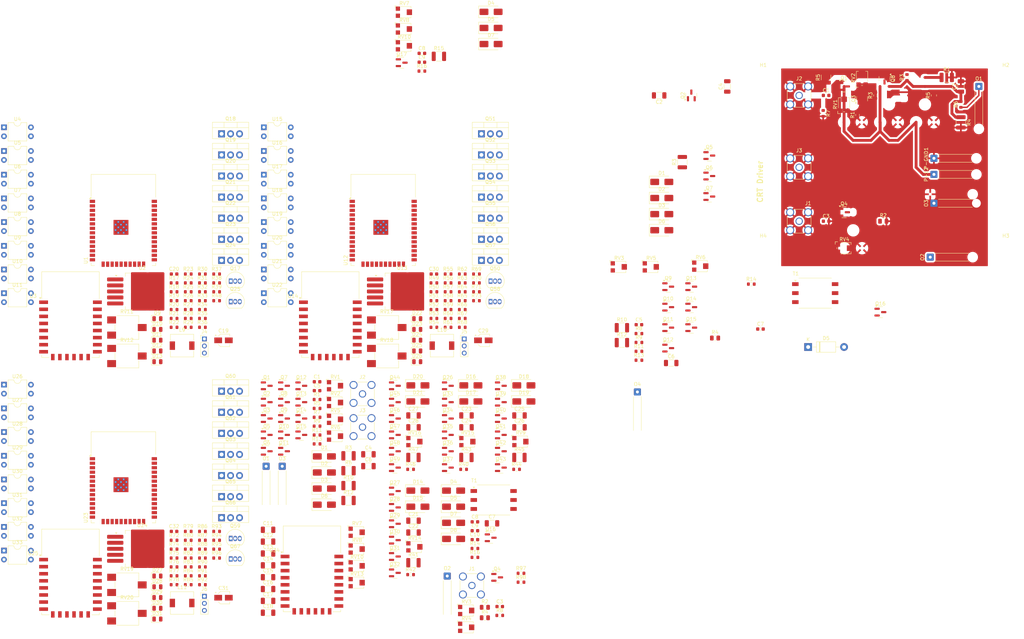
<source format=kicad_pcb>
(kicad_pcb (version 20240108) (generator "pcbnew") (generator_version "8.0")
  (layers (0 "F.Cu" signal) (31 "B.Cu" signal) (34 "B.Paste" user) (35 "F.Paste" user) (36 "B.SilkS" user "B.Silkscreen") (37 "F.SilkS" user "F.Silkscreen") (38 "B.Mask" user) (39 "F.Mask" user) (44 "Edge.Cuts" user))
  (net 0 "")
  (net 1 "Net-(Q2-D)")
  (net 2 "GND")
  (net 3 "Net-(J1-In)")
  (net 4 "Net-(J2-In)")
  (net 5 "+12V")
  (net 6 "Net-(Q1-G)")
  (net 7 "Net-(Q1-D)")
  (net 8 "Net-(Q3-G)")
  (net 9 "Net-(Q3-D)")
  (net 10 "Net-(Q4-G)")
  (net 11 "Net-(Q5-S)")
  (net 12 "Net-(Q4-S)")
  (net 13 "Net-(Q6-G)")
  (net 14 "Net-(D1-K)")
  (net 15 "Net-(D1-A)")
  (net 16 "/Inverted V Sync")
  (net 17 "/Positive V Sync")
  (net 18 "Net-(R3-Pad1)")
  (net 20 "Net-(D2-K)")
  (net 21 "Net-(J3-In)")
  (net 22 "Net-(Q9-G)")
  (net 23 "Net-(D3-K)")
  (net 24 "Net-(D2-A)")
  (net 25 "Net-(D3-A)")
  (net 26 "Net-(O2-Pad1)")
  (net 27 "Net-(O4-Pad1)")
  (net 28 "/Inverted H Sync")
  (net 29 "/Positive H Sync")
  (net 30 "Net-(Q11-G)")
  (net 32 "Net-(R2-Pad2)")
  (net 33 "Net-(R4-Pad2)")
  (net 34 "Net-(R12-Pad1)")
  (net 36 "Net-(D5-K)")
  (net 37 "Net-(D5-A)")
  (net 38 "Net-(Q16-G)")
  (net 39 "Net-(D6-K)")
  (net 40 "Net-(D6-A)")
  (net 41 "Net-(D4-K)")
  (net 42 "Net-(C8-Pad1)")
  (net 43 "Net-(Q17-G)")
  (net 44 "Net-(D4-A)")
  (net 45 "Net-(D7-A)")
  (net 46 "Net-(O1-Pad1)")
  (net 47 "Net-(Q16-D)")
  (net 48 "Net-(Q17-S)")
  (net 50 "Net-(R15-Pad1)")
  (net 52 "Net-(RV7-Pad3)")
  (net 53 "/HorizontalAndVerticalRamp/H_Sync")
  (net 54 "/HorizontalAndVerticalRamp/H_Ramp_Out")
  (net 55 "/HorizontalAndVerticalRamp/V_Sync")
  (net 56 "/HorizontalAndVerticalRamp/V_Ramp_Out")
  (net 57 "Net-(D7-K)")
  (net 58 "Net-(D8-K)")
  (net 59 "/FocusingCoils/PWMAmplifier/SELECTED_RAMP_OUT")
  (net 60 "/FocusingCoils/PWMAmplifier1/SELECTED_RAMP_OUT")
  (net 61 "/FocusingCoils/PWMAmplifier2/SELECTED_RAMP_OUT")
  (net 62 "/FocusingCoils/PWMAmplifier3/SELECTED_RAMP_OUT")
  (net 63 "+36V")
  (net 64 "Net-(D13-K)")
  (net 65 "Net-(D14-K)")
  (net 66 "/FocusingCoils/PWMAmplifier/Scaled_Ramp_IN")
  (net 67 "/FocusingCoils/PWMAmplifier1/Scaled_Ramp_IN")
  (net 68 "Net-(D16-K)")
  (net 69 "/FocusingCoils/PWMAmplifier2/Scaled_Ramp_IN")
  (net 70 "Net-(D18-K)")
  (net 71 "/FocusingCoils/PWMAmplifier3/Scaled_Ramp_IN")
  (net 72 "Net-(D20-K)")
  (net 73 "Net-(D26-K)")
  (net 74 "Net-(D31-K)")
  (net 75 "Net-(D9-A)")
  (net 76 "/BLDC_Driver/A")
  (net 77 "/BLDC_Driver/B")
  (net 78 "/BLDC_Driver/C")
  (net 79 "Net-(D14-A)")
  (net 80 "Net-(D15-A)")
  (net 81 "Net-(D16-A)")
  (net 82 "Net-(D17-A)")
  (net 83 "Net-(D18-A)")
  (net 84 "Net-(D19-A)")
  (net 85 "Net-(D20-A)")
  (net 86 "Net-(D21-A)")
  (net 87 "Net-(D22-A)")
  (net 88 "/BLDC_Driver1/A")
  (net 89 "/BLDC_Driver1/B")
  (net 90 "/BLDC_Driver1/C")
  (net 91 "Net-(D27-A)")
  (net 92 "/BLDC_Driver2/A")
  (net 93 "/BLDC_Driver2/B")
  (net 94 "/BLDC_Driver2/C")
  (net 95 "Net-(O3-Pad1)")
  (net 96 "/HorizontalAndVerticalRamp/Inverted_H_Sync")
  (net 97 "/HighVoltageAndFillamentPower/H_Sync_Toggle")
  (net 98 "/HorizontalAndVerticalRamp/Inverted_V_Sync")
  (net 99 "/HorizontalAndVerticalRamp/Positive_V_Sync")
  (net 100 "Net-(Q17-D)")
  (net 101 "Net-(Q18-G)")
  (net 102 "Net-(Q19-G)")
  (net 103 "Net-(Q20-G)")
  (net 104 "Net-(Q21-G)")
  (net 105 "Net-(Q22-G)")
  (net 106 "Net-(Q23-G)")
  (net 107 "Net-(Q24-G)")
  (net 108 "Net-(Q25-G)")
  (net 109 "Net-(Q26-S)")
  (net 110 "Net-(Q27-G)")
  (net 111 "Net-(Q29-S)")
  (net 112 "Net-(Q33-G)")
  (net 113 "Net-(Q38-S)")
  (net 114 "Net-(Q39-G)")
  (net 115 "Net-(Q44-S)")
  (net 116 "Net-(Q45-G)")
  (net 117 "Net-(Q50-D)")
  (net 118 "Net-(Q50-S)")
  (net 119 "Net-(Q50-G)")
  (net 120 "Net-(Q51-G)")
  (net 121 "Net-(Q52-G)")
  (net 122 "Net-(Q53-G)")
  (net 123 "Net-(Q54-G)")
  (net 124 "Net-(Q55-G)")
  (net 125 "Net-(Q56-G)")
  (net 126 "Net-(Q57-G)")
  (net 127 "Net-(Q58-G)")
  (net 128 "Net-(Q59-D)")
  (net 129 "Net-(Q59-G)")
  (net 130 "Net-(Q59-S)")
  (net 131 "Net-(Q60-G)")
  (net 132 "Net-(Q61-G)")
  (net 133 "Net-(Q62-G)")
  (net 134 "Net-(Q63-G)")
  (net 135 "Net-(Q64-G)")
  (net 136 "Net-(Q65-G)")
  (net 137 "Net-(Q66-G)")
  (net 138 "Net-(Q67-G)")
  (net 139 "Net-(R6-Pad1)")
  (net 140 "Net-(R17-Pad2)")
  (net 141 "Net-(R18-Pad2)")
  (net 142 "Net-(R19-Pad2)")
  (net 143 "Net-(R20-Pad2)")
  (net 144 "Net-(R21-Pad2)")
  (net 145 "Net-(R22-Pad2)")
  (net 146 "Net-(R23-Pad2)")
  (net 147 "Net-(R24-Pad2)")
  (net 148 "Net-(R26-Pad2)")
  (net 149 "Net-(R27-Pad2)")
  (net 150 "Net-(R28-Pad2)")
  (net 151 "Net-(R29-Pad2)")
  (net 152 "Net-(R30-Pad2)")
  (net 153 "/BLDC_Driver/ADC")
  (net 154 "Net-(R37-Pad1)")
  (net 155 "Net-(R41-Pad1)")
  (net 156 "Net-(R43-Pad1)")
  (net 157 "Net-(R45-Pad1)")
  (net 158 "Net-(R47-Pad1)")
  (net 159 "+5V")
  (net 160 "Net-(U2-OUT)")
  (net 161 "Net-(R49-Pad2)")
  (net 162 "Net-(R50-Pad2)")
  (net 163 "Net-(R51-Pad2)")
  (net 164 "Net-(R52-Pad2)")
  (net 165 "Net-(R53-Pad2)")
  (net 166 "Net-(R54-Pad2)")
  (net 167 "Net-(R55-Pad2)")
  (net 168 "Net-(R56-Pad2)")
  (net 169 "Net-(R58-Pad2)")
  (net 170 "Net-(R59-Pad2)")
  (net 171 "Net-(R60-Pad2)")
  (net 172 "Net-(R61-Pad2)")
  (net 173 "Net-(R62-Pad2)")
  (net 174 "/BLDC_Driver1/ADC")
  (net 175 "Net-(R69-Pad1)")
  (net 176 "Net-(U24-OUT)")
  (net 177 "Net-(U13-OUT)")
  (net 178 "Net-(R74-Pad2)")
  (net 179 "Net-(R75-Pad2)")
  (net 180 "Net-(R76-Pad2)")
  (net 181 "Net-(R77-Pad2)")
  (net 182 "Net-(R78-Pad2)")
  (net 183 "Net-(R79-Pad2)")
  (net 184 "Net-(R80-Pad2)")
  (net 185 "Net-(R81-Pad2)")
  (net 186 "Net-(R83-Pad2)")
  (net 187 "Net-(R84-Pad2)")
  (net 188 "Net-(R85-Pad2)")
  (net 189 "Net-(R86-Pad2)")
  (net 190 "Net-(R87-Pad2)")
  (net 191 "/BLDC_Driver2/ADC")
  (net 192 "Net-(R94-Pad1)")
  (net 193 "+3.3V")
  (net 194 "/BLDC_Driver/SDA")
  (net 195 "/BLDC_Driver/SCL")
  (net 203 "/BLDC_Driver/Flashing fails if high")
  (net 221 "/BLDC_Driver/Boot fails if high")
  (net 237 "Net-(U3-GPIO2)")
  (net 238 "Net-(U3-GPIO16)")
  (net 239 "Net-(U3-GPIO13)")
  (net 242 "Net-(U3-GPIO5)")
  (net 244 "Net-(U3-GPIO15)")
  (net 245 "Net-(U3-GPIO4)")
  (net 246 "Net-(U3-GPIO14)")
  (net 247 "Net-(U3-GPIO12)")
  (net 253 "/BLDC_Driver1/Flashing fails if high")
  (net 281 "/BLDC_Driver1/Boot fails if high")
  (net 287 "Net-(U14-GPIO4)")
  (net 290 "Net-(U14-GPIO16)")
  (net 291 "Net-(U14-GPIO5)")
  (net 293 "Net-(U14-GPIO13)")
  (net 294 "Net-(U14-GPIO2)")
  (net 296 "Net-(U14-GPIO15)")
  (net 297 "Net-(U14-GPIO12)")
  (net 301 "Net-(U14-GPIO14)")
  (net 304 "/BLDC_Driver2/Boot fails if high")
  (net 328 "/BLDC_Driver2/Flashing fails if high")
  (net 338 "Net-(U25-GPIO14)")
  (net 342 "Net-(U25-GPIO13)")
  (net 344 "Net-(U25-GPIO16)")
  (net 348 "Net-(U25-GPIO5)")
  (net 350 "Net-(U25-GPIO12)")
  (net 352 "Net-(U25-GPIO2)")
  (net 353 "Net-(U25-GPIO4)")
  (net 354 "Net-(U25-GPIO15)")
  (footprint "Package_TO_SOT_THT:TO-220-3_Vertical" (layer "F.Cu") (at -48.965 132.85)
    (property "Reference" "Q64")
    (property "Value" "IRF3205")
  )
  (footprint "Resistor_SMD:R_0603_1608Metric" (layer "F.Cu") (at 121.095 30.48 -90)
    (property "Reference" "R7")
    (property "Value" "1000000")
  )
  (footprint "Resistor_SMD:R_0603_1608Metric" (layer "F.Cu") (at 11.055 85.93)
    (property "Reference" "R52")
    (property "Value" "200")
  )
  (footprint "RF_Module:ESP32-WROOM-32" (layer "F.Cu") (at -76.725 63.6)
    (property "Reference" "U1")
    (property "Value" "ESP32-WROOM-32")
  )
  (footprint "Resistor_SMD:R_0603_1608Metric" (layer "F.Cu") (at -62.395 163.7)
    (property "Reference" "R78")
    (property "Value" "200")
  )
  (footprint "Diode_SMD:D_SMA" (layer "F.Cu") (at -19.91 127.44)
    (property "Reference" "D1")
    (property "Value" "US1A")
  )
  (footprint "Diode_SMD:D_0805_2012Metric" (layer "F.Cu") (at 6.345 94.585)
    (property "Reference" "D24")
    (property "Value" "1N4001")
  )
  (footprint "Diode_SMD:D_SMA" (layer "F.Cu") (at 27.21 10.875)
    (property "Reference" "D7")
    (property "Value" "US1A")
  )
  (footprint "Capacitor_SMD:C_1206_3216Metric" (layer "F.Cu") (at -35.825 158.23)
    (property "Reference" "C14")
    (property "Value" "40u")
  )
  (footprint "Diode_SMD:D_SMA" (layer "F.Cu") (at 6.53 141.66)
    (property "Reference" "D15")
    (property "Value" "US1A")
  )
  (footprint "Package_TO_SOT_SMD:SOT-23" (layer "F.Cu") (at -36.205 112.11)
    (property "Reference" "Q2")
    (property "Value" "2N7000")
  )
  (footprint "Resistor_SMD:R_0805_2012Metric" (layer "F.Cu") (at 90.5275 93.98)
    (property "Reference" "R4")
    (property "Value" "100")
  )
  (footprint "Package_TO_SOT_SMD:SOT-23" (layer "F.Cu") (at -31.315 125.985)
    (property "Reference" "Q11")
    (property "Value" "2N7000")
  )
  (footprint "Package_DIP:DIP-4_W7.62mm" (layer "F.Cu") (at -37.025 47.81)
    (property "Reference" "U17")
    (property "Value" "PC817")
  )
  (footprint "Package_DIP:DIP-4_W7.62mm" (layer "F.Cu") (at -110.475 67.91)
    (property "Reference" "U9")
    (property "Value" "PC817")
  )
  (footprint "Diode_SMD:D_0805_2012Metric" (layer "F.Cu") (at -67.105 88.505)
    (property "Reference" "D9")
    (property "Value" "1N4001")
  )
  (footprint "Diode_SMD:D_0805_2012Metric" (layer "F.Cu") (at 6.345 97.625)
    (property "Reference" "D25")
    (property "Value" "1N4001")
  )
  (footprint "Potentiometer_SMD:Potentiometer_Bourns_TC33X_Vertical" (layer "F.Cu") (at 127.08 68.58)
    (property "Reference" "RV4")
    (property "Value" "2M")
  )
  (footprint "Package_TO_SOT_SMD:SOT-23" (layer "F.Cu") (at 138.43 20.6525 -90)
    (property "Reference" "Q8")
    (property "Value" "2N7000")
  )
  (footprint "Resistor_SMD:R_0603_1608Metric" (layer "F.Cu") (at -54.375 85.93)
    (property "Reference" "R34")
    (property "Value" "10K")
  )
  (footprint "Package_TO_SOT_SMD:SOT-23" (layer "F.Cu") (at 0.015 112.11)
    (property "Reference" "Q45")
    (property "Value" "2N7000")
  )
  (footprint "Potentiometer_SMD:Potentiometer_Bourns_TC33X_Vertical" (layer "F.Cu") (at 5.635 153.01)
    (property "Reference" "RV14")
    (property "Value" "250")
  )
  (footprint "Diode_SMD:D_0805_2012Metric" (layer "F.Cu") (at -67.105 97.625)
    (property "Reference" "D12")
    (property "Value" "1N4001")
  )
  (footprint "Package_TO_SOT_SMD:SOT-23" (layer "F.Cu") (at 83.7975 91.04)
    (property "Reference" "Q15")
    (property "Value" "2N7000")
  )
  (footprint "Resistor_SMD:R_0603_1608Metric" (layer "F.Cu") (at -54.375 148.64)
    (property "Reference" "R86")
    (property "Value" "1K")
  )
  (footprint "Capacitor_SMD:C_1206_3216Metric" (layer "F.Cu") (at -35.825 154.88)
    (property "Reference" "C13")
    (property "Value" "40u")
  )
  (footprint "Capacitor_SMD:CP_Elec_3x5.3" (layer "F.Cu") (at 25.025 94.63)
    (property "Reference" "C29")
    (property "Value" "470uF 25V")
  )
  (footprint "Capacitor_SMD:C_1206_3216Metric" (layer "F.Cu") (at -7.455 126.84)
    (property "Reference" "C4")
    (property "Value" "47u")
  )
  (footprint "Resistor_SMD:R_0603_1608Metric" (layer "F.Cu") (at 19.075 85.93)
    (property "Reference" "R66")
    (property "Value" "10K")
  )
  (footprint "Resistor_SMD:R_0603_1608Metric" (layer "F.Cu") (at 19.075 75.89)
    (property "Reference" "R62")
    (property "Value" "1K")
  )
  (footprint "Connector_Wire:SolderWire-0.25sqmm_1x01_D0.65mm_OD2mm_Relief" (layer "F.Cu") (at 152.4 47.73 90)
    (property "Reference" "P+12")
    (property "Value" "+12V")
  )
  (footprint "Connector_Wire:SolderWire-0.25sqmm_1x01_D0.65mm_OD2mm_Relief" (layer "F.Cu") (at 152.4 55.88 90)
    (property "Reference" "O3")
    (property "Value" "V_Ramp_Out")
  )
  (footprint "Package_TO_SOT_THT:TO-92_Inline" (layer "F.Cu") (at -46.375 150.64)
    (property "Reference" "Q59")
    (property "Value" "2N7000")
  )
  (footprint "Capacitor_SMD:C_0603_1608Metric" (layer "F.Cu") (at 69.0075 90.21)
    (property "Reference" "C5")
    (property "Value" "4u")
  )
  (footprint "Package_TO_SOT_THT:TO-220-3_Vertical" (layer "F.Cu") (at -48.965 54.14)
    (property "Reference" "Q21")
    (property "Value" "IRF3205")
  )
  (footprint "Resistor_SMD:R_0603_1608Metric" (layer "F.Cu") (at 11.055 78.4)
    (property "Reference" "R49")
    (property "Value" "1K")
  )
  (footprint "Package_DIP:DIP-4_W7.62mm" (layer "F.Cu") (at -37.025 41.11)
    (property "Reference" "U16")
    (property "Value" "PC817")
  )
  (footprint "Capacitor_SMD:C_0603_1608Metric" (layer "F.Cu") (at 29.665 169.88)
    (property "Reference" "C3")
    (property "Value" "100n")
  )
  (footprint "Resistor_SMD:R_0603_1608Metric" (layer "F.Cu") (at -62.395 80.91)
    (property "Reference" "R18")
    (property "Value" "200")
  )
  (footprint "Capacitor_SMD:C_1206_3216Metric" (layer "F.Cu") (at 93.98 22.86 90)
    (property "Reference" "C4")
    (property "Value" "47u")
  )
  (footprint "Package_TO_SOT_SMD:SOT-23" (layer "F.Cu") (at 0.015 141.86)
    (property "Reference" "Q28")
    (property "Value" "2N7000")
  )
  (footprint "Package_TO_SOT_THT:TO-220-3_Vertical" (layer "F.Cu") (at -48.965 36.26)
    (property "Reference" "Q18")
    (property "Value" "IRF3205")
  )
  (footprint "RF_Module:ESP-12E" (layer "F.Cu") (at -91.675 160.11)
    (property "Reference" "U25")
    (property "Value" "ESP-12E")
  )
  (footprint "Diode_SMD:D_SMA" (layer "F.Cu") (at 75.47 49.85)
    (property "Reference" "D1")
    (property "Value" "US1A")
  )
  (footprint "Resistor_SMD:R_0603_1608Metric" (layer "F.Cu") (at 4.465 131.1)
    (property "Reference" "R46")
    (property "Value" "10000")
  )
  (footprint "Connector_Wire:SolderWire-0.25sqmm_1x01_D0.65mm_OD2mm_Relief" (layer "F.Cu") (at -31.825 130.23)
    (property "Reference" "O3")
    (property "Value" "V_Ramp_Out")
  )
  (footprint "Package_TO_SOT_SMD:SOT-23" (layer "F.Cu") (at 27.095 150.435)
    (property "Reference" "Q16")
    (property "Value" "410N")
  )
  (footprint "Package_TO_SOT_THT:TO-92_Inline" (layer "F.Cu") (at -46.375 83.68)
    (property "Reference" "Q25")
    (property "Value" "2N7000")
  )
  (footprint "Package_TO_SOT_SMD:SOT-23" (layer "F.Cu") (at 137.27 86.66)
    (property "Reference" "Q16")
    (property "Value" "2N7000")
  )
  (footprint "Connector_Wire:SolderWire-0.25sqmm_1x01_D0.65mm_OD2mm_Relief" (layer "F.Cu") (at -36.375 130.23)
    (property "Reference" "O1")
    (property "Value" "H_Ramp_Out")
  )
  (footprint "Capacitor_SMD:C_0603_1608Metric" (layer "F.Cu") (at -21.975 108.85)
    (property "Reference" "C5")
    (property "Value" "4u")
  )
  (footprint "Resistor_SMD:R_0603_1608Metric" (layer "F.Cu") (at -54.375 78.4)
    (property "Reference" "R31")
    (property "Value" "10K")
  )
  (footprint "Diode_SMD:D_0805_2012Metric" (layer "F.Cu") (at -67.105 164.295)
    (property "Reference" "D28")
    (property "Value" "1N4001")
  )
  (footprint "Package_TO_SOT_THT:TO-220-3_Vertical" (layer "F.Cu") (at -48.965 138.81)
    (property "Reference" "Q65")
    (property "Value" "IRF3205")
  )
  (footprint "Resistor_SMD:R_1210_3225Metric" (layer "F.Cu") (at -13.085 135.69)
    (property "Reference" "R10")
    (property "Value" "1000")
  )
  (footprint "Resistor_SMD:R_0603_1608Metric" (layer "F.Cu") (at 19.075 90.95)
    (property "Reference" "R68")
    (property "Value" "10K")
  )
  (footprint "Resistor_SMD:R_0805_2012Metric" (layer "F.Cu") (at 25.455 173.05)
    (property "Reference" "R4")
    (property "Value" "100")
  )
  (footprint "Package_DIP:DIP-4_W7.62mm" (layer "F.Cu") (at -110.475 107.16)
    (property "Reference" "U26")
    (property "Value" "PC817")
  )
  (footprint "Capacitor_SMD:C_1206_3216Metric" (layer "F.Cu") (at 35.245 119.21)
    (property "Reference" "C26")
    (property "Value" "47u")
  )
  (footprint "Capacitor_SMD:C_0603_1608Metric" (layer "F.Cu") (at 11.055 75.89)
    (property "Reference" "C30")
    (property "Value" "4.7uF 25V")
  )
  (footprint "Package_TO_SOT_SMD:SOT-23" (layer "F.Cu") (at 29.975 116.735)
    (property "Reference" "Q40")
    (property "Value" "2N7000")
  )
  (footprint "Diode_SMD:D_0805_2012Metric" (layer "F.Cu") (at -67.105 173.415)
    (property "Reference" "D31")
    (property "Value" "1N4001")
  )
  (footprint "Diode_SMD:D_SMA" (layer "F.Cu") (at 16.62 137.11)
    (property "Reference" "D4")
    (property "Value" "US1A")
  )
  (footprint "Package_TO_SOT_SMD:SOT-23" (layer "F.Cu") (at 132.08 26.3375 90)
    (property "Reference" "Q3")
    (property "Value" "2N7000")
  )
  (footprint "Package_TO_SOT_THT:TO-220-3_Vertical" (layer "F.Cu") (at -48.965 42.22)
    (property "Reference" "Q19")
    (property "Value" "IRF3205")
  )
  (footprint "Package_TO_SOT_SMD:SOT-23" (layer "F.Cu") (at -36.205 121.36)
    (property "Reference" "Q5")
    (property "Value" "2N7000")
  )
  (footprint "Capacitor_SMD:C_1206_3216Metric" (layer "F.Cu") (at 160.02 22.86 90)
    (property "Reference" "C2")
    (property "Value" "47u")
  )
  (footprint "Package_TO_SOT_SMD:SOT-23" (layer "F.Cu") (at 0.015 137.235)
    (property "Reference" "Q27")
    (property "Value" "2N7000")
  )
  (footprint "Diode_SMD:D_0805_2012Metric" (layer "F.Cu") (at -67.105 94.585)
    (property "Reference" "D11")
    (property "Value" "1N4001")
  )
  (footprint "Connector_Coaxial:SMA_Amphenol_901-144_Vertical" (layer "F.Cu") (at 114.3 45.72)
    (property "Reference" "J3")
    (property "Value" "V_Sync")
  )
  (footprint "Connector_Wire:SolderWire-0.25sqmm_1x01_D0.65mm_OD2mm_Relief" (layer "F.Cu") (at 14.825 161.26)
    (property "Reference" "O2")
    (property "Value" "Lum_Out")
  )
  (footprint "Capacitor_SMD:C_1206_3216Metric" (layer "F.Cu") (at -35.825 161.58)
    (property "Reference" "C15")
    (property "Value" "40u")
  )
  (footprint "Resistor_SMD:R_0603_1608Metric" (layer "F.Cu") (at 15.065 75.89)
    (property "Reference" "R55")
    (property "Value" "200")
  )
  (footprint "Resistor_SMD:R_0603_1608Metric" (layer "F.Cu") (at 11.055 90.95)
    (property "Reference" "R54")
    (property "Value" "200")
  )
  (footprint "Resistor_SMD:R_0603_1608Metric" (layer "F.Cu") (at 19.075 83.42)
    (property "Reference" "R65")
    (property "Value" "10K")
  )
  (footprint "Resistor_SMD:R_0603_1608Metric" (layer "F.Cu") (at -21.975 113.87)
    (property "Reference" "R5")
    (property "Value" "10000")
  )
  (footprint "Package_DIP:DIP-4_W7.62mm" (layer "F.Cu") (at -110.475 54.51)
    (property "Reference" "U7")
    (property "Value" "PC817")
  )
  (footprint "Resistor_SMD:R_1210_3225Metric" (layer "F.Cu") (at 156.0175 20.32)
    (property "Reference" "R1")
    (property "Value" "10")
  )
  (footprint "Package_TO_SOT_SMD:SOT-23" (layer "F.Cu") (at 0.015 130.61)
    (property "Reference" "Q49")
    (property "Value" "2N7000")
  )
  (footprint "Package_TO_SOT_SMD:SOT-23" (layer "F.Cu") (at 88.9 48.19)
    (property "Reference" "Q6")
    (property "Value" "2N7000")
  )
  (footprint "Resistor_SMD:R_1210_3225Metric" (layer "F.Cu") (at -13.085 131.48)
    (property "Reference" "R6")
    (property "Value" "10")
  )
  (footprint "Resistor_SMD:R_0603_1608Metric" (layer "F.Cu") (at 4.465 160.85)
    (property "Reference" "R42")
    (property "Value" "10000")
  )
  (footprint "Potentiometer_SMD:Potentiometer_ACP_CA6-VSMD_Vertical" (layer "F.Cu") (at -2.275 99.06)
    (property "Reference" "RV18")
    (property "Value" "2K POT")
  )
  (footprint "Package_TO_SOT_SMD:SOT-23" (layer "F.Cu") (at 1.945 16.15)
    (property "Reference" "Q17")
    (property "Value" "2N7000")
  )
  (footprint "Connector_Coaxial:SMA_Amphenol_901-144_Vertical" (layer "F.Cu") (at 21.795 163.93)
    (property "Reference" "J1")
    (property "Value" "Lum_In")
  )
  (footprint "Resistor_SMD:R_0603_1608Metric" (layer "F.Cu") (at 19.075 80.91)
    (property "Reference" "R64")
    (property "Value" "10K")
  )
  (footprint "Package_TO_SOT_SMD:SOT-23" (layer "F.Cu") (at -26.425 112.11)
    (property "Reference" "Q13")
    (property "Value" "2N7000")
  )
  (footprint "Package_TO_SOT_SMD:SOT-23" (layer "F.Cu") (at 0.015 107.485)
    (property "Reference" "Q44")
    (property "Value" "2N7000")
  )
  (footprint "Resistor_SMD:R_0603_1608Metric" (layer "F.Cu") (at -58.385 163.7)
    (property "Reference" "R85")
    (property "Value" "1K")
  )
  (footprint "Diode_SMD:D_0805_2012Metric" (layer "F.Cu") (at -67.105 100.665)
    (property "Reference" "D13")
    (property "Value" "1N4001")
  )
  (footprint "Resistor_SMD:R_0603_1608Metric" (layer "F.Cu") (at -50.365 75.89)
    (property "Reference" "R37")
    (property "Value" "10K")
  )
  (footprint "Diode_SMD:D_0805_2012Metric" (layer "F.Cu") (at 6.345 88.505)
    (property "Reference" "D22")
    (property "Value" "1N4001")
  )
  (footprint "Potentiometer_SMD:Potentiometer_Bourns_TC33X_Vertical" (layer "F.Cu") (at 63.4175 73.87)
    (property "Reference" "RV3")
    (property "Value" "2000")
  )
  (footprint "Resistor_SMD:R_0603_1608Metric" (layer "F.Cu") (at 69.0075 95.23)
    (property "Reference" "R9")
    (property "Value" "1000000")
  )
  (footprint "Package_TO_SOT_THT:TO-220-3_Vertical" (layer "F.Cu") (at 24.485 60.1)
    (property "Reference" "Q55")
    (property "Value" "IRF3205")
  )
  (footprint "Package_DIP:DIP-4_W7.62mm" (layer "F.Cu") (at -37.025 67.91)
    (property "Reference" "U20")
    (property "Value" "PC817")
  )
  (footprint "Resistor_SMD:R_0603_1608Metric" (layer "F.Cu") (at 19.445 131.1)
    (property "Reference" "R40")
    (property "Value" "10000")
  )
  (footprint "Resistor_SMD:R_0603_1608Metric" (layer "F.Cu") (at -58.385 161.19)
    (property "Reference" "R84")
    (property "Value" "1K")
  )
  (footprint "Resistor_SMD:R_0603_1608Metric" (layer "F.Cu") (at 22.645 155.98)
    (property "Reference" "R16")
    (property "Value" "100000")
  )
  (footprint "Package_TO_SOT_THT:TO-220-3_Vertical" (layer "F.Cu") (at 24.485 54.14)
    (property "Reference" "Q54")
    (property "Value" "IRF3205")
  )
  (footprint "Resistor_SMD:R_1210_3225Metric" (layer "F.Cu") (at 64.1975 95.27)
    (property "Reference" "R12")
    (property "Value" "10")
  )
  (footprint "Resistor_SMD:R_0603_1608Metric" (layer "F.Cu") (at 11.055 88.44)
    (property "Reference" "R53")
    (property "Value" "200")
  )
  (footprint "Potentiometer_SMD:Potentiometer_Bourns_TC33X_Vertical" (layer "F.Cu") (at -16.795 112.21)
    (property "Reference" "RV2")
    (property "Value" "250")
  )
  (footprint "Capacitor_SMD:C_1206_3216Metric" (layer "F.Cu") (at -35.825 148.18)
    (property "Reference" "C11")
    (property "Value" "40u")
  )
  (footprint "Potentiometer_SMD:Potentiometer_Bourns_TC33X_Vertical" (layer "F.Cu") (at 2.675 1.875)
    (property "Reference" "RV7")
    (property "Value" "2000")
  )
  (footprint "Connector_Wire:SolderWire-0.25sqmm_1x01_D0.65mm_OD2mm_Relief" (layer "F.Cu") (at 165.1 22.86)
    (property "Reference" "O1")
    (property "Value" "H_Ramp_Out")
  )
  (footprint "Diode_SMD:D_SMA" (layer "F.Cu") (at -19.91 136.54)
    (property "Reference" "D3")
    (property "Value" "US1A")
  )
  (footprint "Resistor_SMD:R_0603_1608Metric" (layer "F.Cu") (at -58.385 88.44)
    (property "Reference" "R28")
    (property "Value" "1K")
  )
  (footprint "Package_TO_SOT_SMD:SOT-23" (layer "F.Cu") (at -31.315 112.11)
    (property "Reference" "Q8")
    (property "Value" "2N7000")
  )
  (footprint "Resistor_SMD:R_1210_3225Metric" (layer "F.Cu") (at 12.465 14.355)
    (property "Reference" "R15")
    (property "Value" ".5")
  )
  (footprint "Diode_SMD:D_SMA" (layer "F.Cu") (at 75.47 54.4)
    (property "Reference" "D2")
    (property "Value" "US1A")
  )
  (footprint "MountingHole:MountingHole_2.5mm" (layer "F.Cu") (at 104.14 20.32)
    (property "Reference" "H1")
    (property "Value" "MountingHole")
  )
  (footprint "Package_TO_SOT_SMD:SOT-23" (layer "F.Cu") (at 77.2875 85.25)
    (property "Reference" "Q10")
    (property "Value" "2N7000")
  )
  (footprint "Connector_PinHeader_2.00mm:PinHeader_1x03_P2.00mm_Vertical" (layer "F.Cu") (at -53.825 166.98)
    (property "Reference" "J6")
    (property "Value" "Conn_01x03_Female")
  )
  (footprint "Resistor_SMD:R_0603_1608Metric" (layer "F.Cu") (at -50.365 151.15)
    (property "Reference" "R94")
    (property "Value" "10K")
  )
  (footprint "Potentiometer_SMD:Potentiometer_Bourns_TC33X_Vertical" (layer "F.Cu") (at 132.08 20.5 90)
    (property "Reference" "RV2")
    (property "Value" "250")
  )
  (footprint "Resistor_SMD:R_0603_1608Metric" (layer "F.Cu") (at 34.425 131.1)
    (property "Reference" "R44")
    (property "Value" "10000")
  )
  (footprint "Package_DIP:DIP-4_W7.62mm" (layer "F.Cu") (at -37.025 74.61)
    (property "Reference" "U21")
    (property "Value" "PC817")
  )
  (footprint "Package_DIP:DIP-4_W7.62mm" (layer "F.Cu") (at -110.475 34.41)
    (property "Reference" "U4")
    (property "Value" "PC817")
  )
  (footprint "Resistor_SMD:R_0603_1608Metric" (layer "F.Cu") (at 23.085 83.42)
    (property "Reference" "R73")
    (property "Value" "0")
  )
  (footprint "Capacitor_SMD:C_0603_1608Metric" (layer "F.Cu") (at 7.655 13.505)
    (property "Reference" "C8")
    (property "Value" "4u")
  )
  (footprint "Capacitor_SMD:C_1206_3216Metric" (layer "F.Cu") (at 20.265 119.21)
    (property "Reference" "C24")
    (property "Value" "47u")
  )
  (footprint "Resistor_SMD:R_0603_1608Metric" (layer "F.Cu") (at 29.665 172.39)
    (property "Reference" "R8")
    (property "Value" "10000")
  )
  (footprint "Package_DIP:DIP-4_W7.62mm" (layer "F.Cu") (at -110.475 147.36)
    (property "Reference" "U32")
    (property "Value" "PC817")
  )
  (footprint "Resistor_SMD:R_0603_1608Metric" (layer "F.Cu") (at -54.375 75.89)
    (property "Reference" "R30")
    (property "Value" "1K")
  )
  (footprint "Resistor_SMD:R_0603_1608Metric" (layer "F.Cu") (at 69.0075 100.25)
    (property "Reference" "R13")
    (property "Value" "1000")
  )
  (footprint "Resistor_SMD:R_0603_1608Metric" (layer "F.Cu") (at -50.365 80.91)
    (property "Reference" "R39")
    (property "Value" "1K")
  )
  (footprint "Package_TO_SOT_THT:TO-220-3_Vertical" (layer "F.Cu") (at -48.965 120.93)
    (property "Reference" "Q62")
    (property "Value" "IRF3205")
  )
  (footprint "Package_TO_SOT_SMD:SOT-23" (layer "F.Cu") (at -26.425 121.36)
    (property "Reference" "Q15")
    (property "Value" "2N7000")
  )
  (footprint "Package_TO_SOT_THT:TO-220-3_Vertical" (layer "F.Cu") (at 24.485 42.22)
    (property "Reference" "Q52")
    (property "Value" "IRF3205")
  )
  (footprint "Package_TO_SOT_SMD:SOT-23" (layer "F.Cu") (at -31.315 107.485)
    (property "Reference" "Q7")
    (property "Value" "2N7000")
  )
  (footprint "Capacitor_SMD:C_0603_1608Metric" (layer "F.Cu") (at 103.365 91.44)
    (property "Reference" "C7")
    (property "Value" "20u")
  )
  (footprint "Diode_SMD:D_0805_2012Metric" (layer "F.Cu") (at -67.105 161.255)
    (property "Reference" "D27")
    (property "Value" "1N4001")
  )
  (footprint "Capacitor_SMD:CP_Elec_3x5.3" (layer "F.Cu") (at -48.425 167.38)
    (property "Reference" "C31")
    (property "Value" "470uF 25V")
  )
  (footprint "Potentiometer_SMD:Potentiometer_ACP_CA6-VSMD_Vertical" (layer "F.Cu") (at -75.725 99.06)
    (property "Reference" "RV12")
    (property "Value" "2K POT")
  )
  (footprint "Package_DIP:DIP-4_W7.62mm" (layer "F.Cu") (at -110.475 113.86)
    (property "Reference" "U27")
    (property "Value" "PC817")
  )
  (footprint "Potentiometer_SMD:Potentiometer_Bourns_TC33X_Vertical" (layer "F.Cu") (at -10.675 163.13)
    (property "Reference" "RV13")
    (property "Value" "2M")
  )
  (footprint "Resistor_SMD:R_1210_3225Metric" (layer "F.Cu") (at 35.225 127.74)
    (property "Reference" "R45")
    (property "Value" "10")
  )
  (footprint "Resistor_SMD:R_0603_1608Metric" (layer "F.Cu") (at -58.385 148.64)
    (property "Reference" "R79")
    (property "Value" "200")
  )
  (footprint "Resistor_SMD:R_0603_1608Metric" (layer "F.Cu") (at 7.655 18.525)
    (property "Reference" "R16")
    (property "Value" ".5")
  )
  (footprint "Capacitor_SMD:C_0603_1608Metric" (layer "F.Cu") (at 22.645 150.96)
    (property "Reference" "C10")
    (property "Value" "20u")
  )
  (footprint "Connector_Coaxial:SMA_Amphenol_901-144_Vertical" (layer "F.Cu") (at -9.125 109.78)
    (property "Reference" "J2")
    (property "Value" "H_Sync")
  )
  (footprint "Resistor_SMD:R_0603_1608Metric" (layer "F.Cu") (at -54.375 163.7)
    (property "Reference" "R92")
    (property "Value" "10K")
  )
  (footprint "Package_TO_SOT_THT:TO-220-3_Vertical" (layer "F.Cu") (at -48.965 66.06)
    (property "Reference" "Q23")
    (property "Value" "IRF3205")
  )
  (footprint "Potentiometer_SMD:Potentiometer_Bourns_TC33X_Vertical" (layer "F.Cu") (at -10.675 148.88)
    (property "Reference" "RV7")
    (property "Value" "2M")
  )
  (footprint "Capacitor_SMD:C_0603_1608Metric" (layer "F.Cu") (at 121.92 25.4)
    (property "Reference" "C1")
    (property "Value" "4u")
  )
  (footprint "RF_Module:ESP32-WROOM-32" (layer "F.Cu") (at -3.275 63.6)
    (property "Reference" "U12")
    (property "Value" "ESP32-WROOM-32")
  )
  (footprint "Diode_SMD:D_SMA" (layer "F.Cu") (at 36.49 111.91)
    (property "Reference" "D19")
    (property "Value" "US1A")
  )
  (footprint "Resistor_SMD:R_0603_1608Metric" (layer "F.Cu") (at 15.065 85.93)
    (property "Reference" "R59")
    (property "Value" "1K")
  )
  (footprint "Resistor_SMD:R_0603_1608Metric" (layer "F.Cu") (at -21.975 118.89)
    (property "Reference" "R9")
    (property "Value" "1000000")
  )
  (footprint "Package_TO_SOT_SMD:SOT-23" (layer "F.Cu") (at 77.2875 79.46)
    (property "Reference" "Q9")
    (property "Value" "2N7000")
  )
  (footprint "Potentiometer_SMD:Potentiometer_ACP_CA6-VSMD_Vertical" (layer "F.Cu") (at -75.725 171.81)
    (property "Reference" "RV20")
    (property "Value" "2K POT")
  )
  (footprint "Package_TO_SOT_SMD:SOT-23" (layer "F.Cu") (at 83.7975 79.46)
    (property "Reference" "Q13")
    (property "Value" "2N7000")
  )
  (footprint "Resistor_SMD:R_0603_1608Metric" (layer "F.Cu") (at -54.375 83.42)
    (property "Reference" "R33")
    (property "Value" "10K")
  )
  (footprint "Resistor_SMD:R_0603_1608Metric" (layer "F.Cu") (at 130.81 30.925 90)
    (property "Reference" "R1")
    (property "Value" "10000")
  )
  (footprint "Package_TO_SOT_SMD:SOT-23" (layer "F.Cu") (at 0.015 155.735)
    (property "Reference" "Q31")
    (property "Value" "2N7000")
  )
  (footprint "Resistor_SMD:R_0805_2012Metric" (layer "F.Cu") (at 152.4 25.4 90)
    (property "Reference" "R5")
    (property "Value" "1000")
  )
  (footprint "Connector_Wire:SolderWire-0.25sqmm_1x01_D0.65mm_OD2mm_Relief" (layer "F.Cu") (at 151.355 71.12 90)
    (property "Reference" "O2")
    (property "Value" "Lum_Out")
  )
  (footprint "Package_TO_SOT_THT:TO-220-3_Vertical" (layer "F.Cu") (at -48.965 60.1)
    (property "Reference" "Q22")
    (property "Value" "IRF3205")
  )
  (footprint "Resistor_SMD:R_0603_1608Metric" (layer "F.Cu") (at -58.385 156.17)
    (property "Reference" "R82")
    (property "Value" "10K")
  )
  (footprint "Capacitor_SMD:C_1206_3216Metric" (layer "F.Cu") (at 5.285 115.86)
    (property "Reference" "C27")
    (property "Value" "1u")
  )
  (footprint "Resistor_SMD:R_0603_1608Metric" (layer "F.Cu") (at -62.395 161.19)
    (property "Reference" "R77")
    (property "Value" "200")
  )
  (footprint "Inductor_SMD:L_6.3x6.3_H3" (layer "F.Cu") (at -60.125 168.88)
    (property "Reference" "L11")
    (property "Value" "9u")
  )
  (footprint "Package_TO_SOT_SMD:SOT-23" (layer "F.Cu") (at 14.995 125.985)
    (property "Reference" "Q36")
    (property "Value" "2N7000")
  )
  (footprint "Resistor_SMD:R_0603_1608Metric" (layer "F.Cu") (at 23.085 78.4)
    (property "Reference" "R70")
    (property "Value" "10K")
  )
  (footprint "Capacitor_SMD:CP_Elec_3x5.3" (layer "F.Cu") (at -48.425 94.63)
    (property "Reference" "C19")
    (property "Value" "470uF 25V")
  )
  (footprint "Diode_SMD:D_SMA" (layer "F.Cu") (at -19.91 141.09)
    (property "Reference" "D6")
    (property "Value" "US1A")
  )
  (footprint "Resistor_SMD:R_0603_1608Metric" (layer "F.Cu") (at 11.055 80.91)
    (property "Reference" "R50")
    (property "Value" "200")
  )
  (footprint "Diode_SMD:D_0805_2012Metric" (layer "F.Cu") (at -67.105 170.375)
    (property "Reference" "D30")
    (property "Value" "1N4001")
  )
  (footprint "Resistor_SMD:R_0603_1608Metric" (layer "F.Cu") (at -54.375 151.15)
    (property "Reference" "R87")
    (property "Value" "1K")
  )
  (footprint "Potentiometer_SMD:Potentiometer_Bourns_TC33X_Vertical" (layer "F.Cu") (at -16.795 107.46)
    (property "Reference" "RV1")
    (property "Value" "2M")
  )
  (footprint "Package_TO_SOT_THT:TO-220-3_Vertical" (layer "F.Cu") (at -48.965 109.01)
    (property "Reference" "Q60")
    (property "Value" "IRF3205")
  )
  (footprint "Package_DIP:DIP-4_W7.62mm" (layer "F.Cu") (at -37.025 34.41)
    (property "Reference" "U15")
    (property "Value" "PC817")
  )
  (footprint "Package_TO_SOT_THT:TO-92_Inline" (layer "F.Cu") (at -46.375 156.43)
    (property "Reference" "Q67")
    (property "Value" "2N7000")
  )
  (footprint "Package_TO_SOT_SMD:SOT-23" (layer "F.Cu") (at 14.995 121.36)
    (property "Reference" "Q35")
    (property "Value" "2N7000")
  )
  (footprint "Resistor_SMD:R_0603_1608Metric" (layer "F.Cu") (at -58.385 80.91)
    (property "Reference" "R25")
    (property "Value" "10K")
  )
  (footprint "Package_TO_SOT_SMD:TO-263-5_TabPin3" (layer "F.Cu") (at -71.375 80.81)
    (property "Reference" "U2")
    (property "Value" "LM2576HVS-5")
  )
  (footprint "RF_Module:ESP-12E" (layer "F.Cu") (at -18.225 87.36)
    (property "Reference" "U14")
    (property "Value" "ESP-12E")
  )
  (footprint "Package_TO_SOT_THT:TO-220-3_Vertical" (layer "F.Cu") (at -48.965 126.89)
    (property "Reference" "Q63")
    (property "Value" "IRF3205")
  )
  (footprint "RF_Module:ESP-12E" (layer "F.Cu") (at -91.675 87.36)
    (property "Reference" "U3")
    (property "Value" "ESP-12E")
  )
  (footprint "Diode_SMD:D_0805_2012Metric" (layer "F.Cu") (at -67.105 167.335)
    (property "Reference" "D29")
    (property "Value" "1N4001")
  )
  (footprint "Resistor_SMD:R_0603_1608Metric" (layer "F.Cu") (at 15.065 83.42)
    (property "Reference" "R58")
    (property "Value" "1K")
  )
  (footprint "Package_TO_SOT_SMD:SOT-23" (layer "F.Cu") (at 0.015 151.11)
    (property "Reference" "Q30")
    (property "Value" "2N7000")
  )
  (footprint "Diode_SMD:D_SMA" (layer "F.Cu") (at 75.47 63.5)
    (property "Reference" "D6")
    (property "Value" "US1A")
  )
  (footprint "Diode_SMD:D_SMA" (layer "F.Cu") (at 27.21 1.775)
    (property "Reference" "D4")
    (property "Value" "US1A")
  )
  (footprint "MountingHole:MountingHole_2.5mm" (layer "F.Cu") (at 172.72 68.58)
    (property "Reference" "H3")
    (property "Value" "MountingHole")
  )
  (footprint "Resistor_SMD:R_0805_2012Metric" (layer "F.Cu") (at 138.0725 60.96)
    (property "Reference" "R2")
    (property "Value" "100000")
  )
  (footprint "Package_TO_SOT_SMD:SOT-23" (layer "F.Cu") (at 127 58.42)
    (property "Reference" "Q4")
    (property "Value" "2N7000")
  )
  (footprint "Resistor_SMD:R_0603_1608Metric" (layer "F.Cu") (at 23.085 75.89)
    (property "Reference" "R69")
    (property "Value" "10K")
  )
  (footprint "Resistor_SMD:R_0603_1608Metric" (layer "F.Cu") (at -50.365 153.66)
    (property "Reference" "R95")
    (property "Value" "10K")
  )
  (footprint "Diode_SMD:D_0805_2012Metric" (layer "F.Cu") (at 6.345 91.545)
    (property "Reference" "D23")
    (property "Value" "1N4001")
  )
  (footprint "Diode_SMD:D_SMA" (layer "F.Cu") (at 16.62 146.21)
    (property "Reference" "D7")
    (property "Value" "US1A")
  )
  (footprint "Connector_Wire:SolderWire-0.25sqmm_1x01_D0.65mm_OD2mm_Relief" (layer "F.Cu") (at 68.58 109.22)
    (property "Reference" "O4")
    (property "Value" "V_Ramp_Out")
  )
  (footprint "Resistor_SMD:R_0603_1608Metric" (layer "F.Cu") (at -50.365 83.42)
    (property "Reference" "R48")
    (property "Value" "0")
  )
  (footprint "MountingHole:MountingHole_2.5mm" (layer "F.Cu") (at 104.14 68.58)
    (property "Reference" "H4")
    (property "Value" "MountingHole")
  )
  (footprint "Package_TO_SOT_THT:TO-220-3_Vertical" (layer "F.Cu") (at 24.485 66.06)
    (property "Reference" "Q56")
    (property "Value" "IRF3205")
  )
  (footprint "Capacitor_SMD:C_1206_3216Metric" (layer "F.Cu") (at -35.825 164.93)
    (property "Reference" "C16")
    (property "Value" "40u")
  )
  (footprint "Resistor_SMD:R_0603_1608Metric" (layer "F.Cu") (at -62.395 153.66)
    (property "Reference" "R74")
    (property "Value" "1K")
  )
  (footprint "Potentiometer_SMD:Potentiometer_Bourns_TC33X_Vertical" (layer "F.Cu") (at 2.675 11.375)
    (property "Reference" "RV10")
    (property "Value" "2000")
  )
  (footprint "Package_TO_SOT_SMD:SOT-23" (layer "F.Cu") (at -31.315 116.735)
    (property "Reference" "Q9")
    (property "Value" "2N7000")
  )
  (footprint "Potentiometer_SMD:Potentiometer_Bourns_TC33X_Vertical" (layer "F.Cu") (at -16.795 116.96)
    (property "Reference" "RV5")
    (property "Value" "2M")
  )
  (footprint "Connector_Coaxial:SMA_Amphenol_901-144_Vertical" (layer "F.Cu") (at -9.125 119.17)
    (property "Reference" "J3")
    (property "Value" "V_Sync")
  )
  (footprint "Package_TO_SOT_SMD:SOT-23" (layer "F.Cu") (at 77.2875 96.83)
    (property "Reference" "Q12")
    (property "Value" "2N7000")
  )
  (footprint "Connector_PinHeader_2.00mm:PinHeader_1x03_P2.00mm_Vertical" (layer "F.Cu") (at -53.825 94.23)
    (property "Reference" "J4")
    (property "Value" "Conn_01x03_Female")
  )
  (footprint "Capacitor_SMD:C_1206_3216Metric" (layer "F.Cu") (at -35.825 151.53)
    (property "Reference" "C12")
    (property "Value" "40u")
  )
  (footprint "Package_TO_SOT_THT:TO-92_Inline" (layer "F.Cu") (at 27.075 83.68)
    (property "Reference" "Q58")
    (property "Value" "2N7000")
  )
  (footprint "Inductor_SMD:L_6.3x6.3_H3" (layer "F.Cu") (at 13.325 96.13)
    (property "Reference" "L10")
    (property "Value" "9u")
  )
  (footprint "Package_TO_SOT_THT:TO-92_Inline" (layer "F.Cu") (at -46.375 77.89)
    (property "Reference" "Q17")
    (property "Value" "2N7000")
  )
  (footprint "Package_TO_SOT_SMD:SOT-23" (layer "F.Cu") (at -26.425 107.485)
    (property "Reference" "Q12")
    (property "Value" "2N7000")
  )
  (footprint "Package_TO_SOT_THT:TO-92_Inline" (layer "F.Cu") (at 27.075 77.89)
    (property "Reference" "Q50")
    (property "Value" "2N7000")
  )
  (footprint "Diode_SMD:D_SMA" (layer "F.Cu") (at 6.53 137.11)
    (property "Reference" "D14")
    (property "Value" "US1A")
  )
  (footprint "Resistor_SMD:R_0603_1608Metric" (layer "F.Cu") (at -54.375 153.66)
    (property "Reference" "R88")
    (property "Value" "10K")
  )
  (footprint "Capacitor_SMD:C_1206_3216Metric" (layer "F.Cu") (at 20.265 115.86)
    (property "Reference" "C23")
    (property "Value" "1u")
  )
  (footprint "Diode_SMD:D_0805_2012Metric" (layer "F.Cu") (at 6.345 100.665)
    (property "Reference" "D26")
    (property "Value" "1N4001")
  )
  (footprint "Capacitor_SMD:C_0603_1608Metric" (layer "F.Cu") (at -21.975 106.34)
    (property "Reference" "C1")
    (property "Value" "4u")
  )
  (footprint "Package_TO_SOT_SMD:SOT-23" (layer "F.Cu") (at 83.82 25.4 90)
    (property "Reference" "Q2")
    (property "Value" "2N7000")
  )
  (footprint "Diode_SMD:D_SMA" (layer "F.Cu") (at 27.21 6.325)
    (property "Reference" "D5")
    (property "Value" "US1A")
  )
  (footprint "Package_TO_SOT_SMD:SOT-23" (layer "F.Cu") (at 14.995 107.485)
    (property "Reference" "Q26")
    (property "Value" "2N7000")
  )
  (footprint "Resistor_SMD:R_0603_1608Metric" (layer "F.Cu") (at -58.385 85.93)
    (property "Reference" "R27")
    (property "Value" "1K")
  )
  (footprint "Resistor_SMD:R_0603_1608Metric" (layer "F.Cu") (at -62.395 156.17)
    (property "Reference" "R75")
    (property "Value" "200")
  )
  (footprint "Package_TO_SOT_SMD:SOT-23" (layer "F.Cu") (at 0.015 146.485)
    (property "Reference" "Q29")
    (property "Value" "2N7000")
  )
  (footprint "RF_Module:ESP32-WROOM-32" (layer "F.Cu") (at -76.725 136.35)
    (property "Reference" "U23")
    (property "Value" "ESP32-WROOM-32")
  )
  (footprint "Diode_SMD:D_0805_2012Metric" (layer "F.Cu") (at -67.105 91.545)
    (property "Reference" "D10")
    (property "Value" "1N4001")
  )
  (footprint "Potentiometer_SMD:Potentiometer_ACP_CA6-VSMD_Vertical" (layer "F.Cu") (at -75.725 163.76)
    (property "Reference" "RV19")
    (property "Value" "50K POT")
  )
  (footprint "Resistor_SMD:R_0603_1608Metric" (layer "F.Cu") (at 144.78 20.32 90)
    (property "Reference" "R3")
    (property "Value" "10000")
  )
  (footprint "Potentiometer_SMD:Potentiometer_Bourns_TC33X_Vertical" (layer "F.Cu") (at 20.615 123.26)
    (property "Reference" "RV15")
    (property "Value" "250")
  )
  (footprint "Connector_Coaxial:SMA_Amphenol_901-144_Vertical" (layer "F.Cu") (at 114.3 60.96)
    (property "Reference" "J1")
    (property "Value" "Lum_In")
  )
  (footprint "Transformer_SMD:Transformer_Wuerth_750315371" (layer "F.Cu") (at 118.84 81.28)
    (property "Reference" "T1")
    (property "Value" "Transformer_1P_1S")
  )
  (footprint "Package_TO_SOT_SMD:SOT-23" (layer "F.Cu") (at -36.205 125.985)
    (property "Reference" "Q6")
    (property "Value" "2N7000")
  )
  (footprint "Package_DIP:DIP-4_W7.62mm" (layer "F.Cu") (at -37.025 61.21)
    (property "Reference" "U19")
    (property "Value" "PC817")
  )
  (footprint "Capacitor_SMD:C_1206_3216Metric" (layer "F.Cu") (at 27.475 146.36)
    (property "Reference" "C7")
    (property "Value" "1000u")
  )
  (footprint "Capacitor_SMD:C_1206_3216Metric" (layer "F.Cu") (at 35.245 115.86)
    (property "Reference" "C25")
    (property "Value" "1u")
  )
  (footprint "Diode_SMD:D_SMA" (layer "F.Cu") (at 75.47 58.95)
    (property "Reference" "D3")
    (property "Value" "US1A")
  )
  (footprint "Potentiometer_SMD:Potentiometer_Bourns_TC33X_Vertical" (layer "F.Cu") (at -10.675 158.38)
    (property "Reference" "RV10")
    (property "Value" "2M")
  )
  (footprint "Package_DIP:DIP-4_W7.62mm" (layer "F.Cu") (at -110.475 61.21)
    (property "Reference" "U8")
    (property "Value" "PC817")
  )
  (footprint "Potentiometer_SMD:Potentiometer_Bourns_TC33X_Vertical" (layer "F.Cu") (at 72.4675 73.87)
    (property "Reference" "RV5")
    (property "Value" "2M")
  )
  (footprint "Potentiometer_SMD:Potentiometer_Bourns_TC33X_Vertical" (layer "F.Cu") (at 35.595 123.26)
    (property "Reference" "RV9")
    (property "Value" "250")
  )
  (footprint "Potentiometer_SMD:Potentiometer_ACP_CA6-VSMD_Vertical" (layer "F.Cu") (at -2.275 91.01)
    (property "Reference" "RV17")
    (property "Value" "50K POT")
  )
  (footprint "Package_TO_SOT_THT:TO-220-3_Vertical" (layer "F.Cu") (at 24.485 36.26)
    (property "Reference" "Q51")
    (property "Value" "IRF3205")
  )
  (footprint "Package_TO_SOT_SMD:SOT-23" (layer "F.Cu") (at 29.975 130.61)
    (property "Reference" "Q43")
    (property "Value" "2N7000")
  )
  (footprint "Resistor_SMD:R_0603_1608Metric" (layer "F.Cu") (at 11.055 83.42)
    (property "Reference" "R51")
    (property "Value" "200")
  )
  (footprint "Resistor_SMD:R_1210_3225Metric" (layer "F.Cu") (at -13.085 139.9)
    (property "Reference" "R12")
    (property "Value" "10")
  )
  (footprint "Capacitor_SMD:C_0603_1608Metric" (layer "F.Cu") (at 121.92 60.96)
    (property "Reference" "C3")
    (property "Value" "100n")
  )
  (footprint "Resistor_SMD:R_0603_1608Metric" (layer "F.Cu") (at -54.375 88.44)
    (property "Reference" "R35")
    (property "Value" "10K")
  )
  (footprint "Capacitor_SMD:C_0603_1608Metric" (layer "F.Cu") (at 7.655 16.015)
    (property "Reference" "C9")
    (property "Value" "1u")
  )
  (footprint "Resistor_SMD:R_0805_2012Metric" (layer "F.Cu") (at 25.455 170.1)
    (property "Reference" "R2")
    (property "Value" "100000")
  )
  (footprint "Resistor_SMD:R_0603_1608Metric" (layer "F.Cu") (at 15.065 88.44)
    (property "Reference" "R60")
    (property "Value" "1K")
  )
  (footprint "Package_TO_SOT_SMD:SOT-23" (layer "F.Cu") (at 14.995 130.61)
    (property "Reference" "Q37")
    (property "Value" "2N7000")
  )
  (footprint "RF_Module:ESP-12E" (layer "F.Cu") (at -23.425 159.23)
    (property "Reference" "U34")
    (property "Value" "ESP-12E")
  )
  (footprint "Diode_SMD:D_SMA" (layer "F.Cu") (at 16.62 150.76)
    (property "Reference" "D8")
    (property "Value" "US1A")
  )
  (footprint "Package_TO_SOT_SMD:SOT-23" (layer "F.Cu") (at 127 22.86)
    (property "Reference" "Q1")
    (property "Value" "2N7000")
  )
  (footprint "Package_TO_SOT_SMD:SOT-23" (layer "F.Cu") (at -36.205 116.735)
    (property "Reference" "Q3")
    (property "Value" "2N7000")
  )
  (footprint "Resistor_SMD:R_0603_1608Metric" (layer "F.Cu") (at -62.395 151.15)
    (property "Reference" "R72")
    (property "Value" "0")
  )
  (footprint "Package_TO_SOT_SMD:SOT-23" (layer "F.Cu") (at 88.9 53.98)
    (property "Reference" "Q7")
    (property "Value" "2N7000")
  )
  (footprint "Inductor_SMD:L_6.3x6.3_H3" (layer "F.Cu") (at -60.125 96.13)
    (property "Reference" "L9")
    (property "Value" "9u")
  )
  (footprint "Package_TO_SOT_SMD:SOT-23" (layer "F.Cu") (at -36.205 107.485)
    (property "Reference" "Q1")
    (property "Value" "2N7000")
  )
  (footprint "Resistor_SMD:R_0603_1608Metric" (layer "F.Cu") (at 135.89 25.4 90)
    (property "Reference" "R3")
    (property "Value" "68")
  )
  (footprint "Transformer_SMD:Transformer_Wuerth_750315371" (layer "F.Cu") (at 27.945 139.76)
    (property "Reference" "T1")
    (property "Value" "Wuerth_750315371")
  )
  (footprint "Resistor_SMD:R_0603_1608Metric" (layer "F.Cu") (at 69.0075 92.72)
    (property "Reference" "R8")
    (property "Value" "10000")
  )
  (footprint "Capacitor_SMD:C_0603_1608Metric" (layer "F.Cu") (at 22.645 148.45)
    (property "Reference" "C9")
    (property "Value" "20u")
  )
  (footprint "Package_TO_SOT_SMD:SOT-23" (layer "F.Cu") (at 77.2875 91.04)
    (property "Reference" "Q11")
    (property "Value" "2N7000")
  )
  (footprint "Capacitor_SMD:C_0603_1608Metric" (layer "F.Cu") (at -62.395 148.64)
    (property "Reference" "C32")
    (property "Value" "4.7uF 25V")
  )
  (footprint "Resistor_SMD:R_0603_1608Metric" (layer "F.Cu") (at 35.675 160.49)
    (property "Reference" "R97")
    (property "Value" "4.7K")
  )
  (footprint "Package_TO_SOT_SMD:SOT-23" (layer "F.Cu") (at 0.015 116.735)
    (property "Reference" "Q46")
    (property "Value" "2N7000")
  )
  (footprint "Potentiometer_SMD:Potentiometer_Bourns_TC33X_Vertical" (layer "F.Cu") (at 127 27.94 90)
    (property "Reference" "RV1")
    (property "Value" "2M")
  )
  (footprint "Resistor_SMD:R_0603_1608Metric" (layer "F.Cu") (at -62.395 83.42)
    (property "Reference" "R19")
    (property "Value" "200")
  )
  (footprint "Diode_SMD:D_SMA" (layer "F.Cu") (at 21.51 107.36)
    (property "Reference" "D16")
    (property "Value" "US1A")
  )
  (footprint "Resistor_SMD:R_0603_1608Metric" (layer "F.Cu") (at -58.385 78.4)
    (property "Reference" "R24")
    (property "Value" "1K")
  )
  (footprint "MountingHole:MountingHole_2.5mm" (layer "F.Cu") (at 172.72 20.32)
    (property "Reference" "H2")
    (property "Value" "MountingHole")
  )
  (footprint "Resistor_SMD:R_0603_1608Metric" (layer "F.Cu") (at -62.395 158.68)
    (property "Reference" "R76")
    (property "Value" "200")
  )
  (footprint "Package_TO_SOT_SMD:SOT-23" (layer "F.Cu") (at 29.975 125.985)
    (property "Reference" "Q42")
    (property "Value" "2N7000")
  )
  (footprint "Resistor_SMD:R_0603_1608Metric" (layer "F.Cu") (at -58.385 158.68)
    (property "Reference" "R83")
    (property "Value" "1K")
  )
  (footprint "Resistor_SMD:R_0603_1608Metric" (layer "F.Cu") (at -58.385 83.42)
    (property "Reference" "R26")
    (property "Value" "1K")
  )
  (footprint "Package_TO_SOT_SMD:SOT-23" (layer "F.Cu") (at 14.995 116.735)
    (property "Reference" "Q34")
    (property "Value" "2N7000")
  )
  (footprint "Resistor_SMD:R_0603_1608Metric" (layer "F.Cu") (at -62.395 88.44)
    (property "Reference" "R21")
    (property "Value" "200")
  )
  (footprint "Package_TO_SOT_THT:TO-220-3_Vertical" (layer "F.Cu") (at -48.965 48.18)
    (property "Reference" "Q20")
    (property "Value" "IRF3205")
  )
  (footprint "Resistor_SMD:R_0603_1608Metric" (layer "F.Cu") (at 100.775 78.74)
    (property "Reference" "R14")
    (property "Value" "10000")
  )
  (footprint "Package_TO_SOT_SMD:SOT-23" (layer "F.Cu") (at 29.975 121.36)
    (property "Reference" "Q41")
    (property "Value" "2N7000")
  )
  (footprint "Resistor_SMD:R_1210_3225Metric" (layer "F.Cu") (at 20.245 127.74)
    (property "Reference" "R43")
    (property "Value" "10")
  )
  (footprint "Resistor_SMD:R_0603_1608Metric" (layer "F.Cu") (at -62.395 85.93)
    (property "Reference" "R20")
    (property "Value" "200")
  )
  (footprint "Resistor_SMD:R_0603_1608Metric" (layer "F.Cu") (at -21.975 111.36)
    (property "Reference" "R1")
    (property "Value" "1000000")
  )
  (footprint "Resistor_SMD:R_1210_3225Metric" (layer "F.Cu") (at 5.265 127.74)
    (property "Reference" "R47")
    (property "Value" "10")
  )
  (footprint "Resistor_SMD:R_0603_1608Metric" (layer "F.Cu") (at 15.065 78.4)
    (property "Reference" "R56")
    (property "Value" "1K")
  )
  (footprint "Connector_Wire:SolderWire-0.25sqmm_1x01_D0.65mm_OD2mm_Relief" (layer "F.Cu") (at 152.4 43.18 90)
    (property "Reference" "P-GND1")
    (property "Value" "+12V")
  )
  (footprint "Resistor_SMD:R_0603_1608Metric" (layer "F.Cu") (at 15.065 90.95)
    (property "Reference" "R61")
    (property "Value" "1K")
  )
  (footprint "Package_TO_SOT_SMD:SOT-23" (layer "F.Cu") (at 28.935 161.635)
    (property "Reference" "Q4")
    (property "Value" "2N7000")
  )
  (footprint "Package_TO_SOT_THT:TO-220-3_Vertical" (layer "F.Cu") (at -48.965 72.02)
    (property "Reference" "Q24")
    (property "Value" "IRF3205")
  )
  (footprint "Diode_SMD:D_SMA" (layer "F.Cu") (at 21.51 111.91)
    (property "Reference" "D17")
    (property "Value" "US1A")
  )
  (footprint "Package_TO_SOT_SMD:SOT-23" (layer "F.Cu") (at 83.7975 85.25)
    (property "Reference" "Q14")
    (property "Value" "2N7000")
  )
  (footprint "Capacitor_SMD:C_1206_3216Metric" (layer "F.Cu") (at -35.825 168.28)
    (property "Reference" "C17")
    (property "Value" "40u")
  )
  (footprint "Resistor_SMD:R_0603_1608Metric" (layer "F.Cu") (at -58.385 90.95)
    (property "Reference" "R29")
    (property "Value" "1K")
  )
  (footprint "Resistor_SMD:R_1210_3225Metric" (layer "F.Cu") (at 160.02 33.02 -90)
    (property "Reference" "R4")
    (property "Value" "100")
  )
  (footprint "Resistor_SMD:R_0603_1608Metric" (layer "F.Cu") (at -58.385 153.66)
    (property "Reference" "R81")
    (property "Value" "1K")
  )
  (footprint "Package_TO_SOT_SMD:SOT-23" (layer "F.Cu") (at -31.315 121.36)
    (property "Reference" "Q10")
    (property "Value" "2N7000")
  )
  (footprint "Package_DIP:DIP-4_W7.62mm" (layer "F.Cu") (at -110.475 120.56)
    (property "Reference" "U28")
    (property "Value" "PC817")
  )
  (footprint "Potentiometer_SMD:Potentiometer_Bourns_TC33X_Vertical" (layer "F.Cu") (at -10.675 153.63)
    (property "Reference" "RV8")
    (property "Value" "2M")
  )
  (footprint "Potentiometer_SMD:Potentiometer_Bourns_TC33X_Vertical" (layer "F.Cu") (at -16.795 121.71)
    (property "Reference" "RV6")
    (property "Value" "5000")
  )
  (footprint "Package_DIP:DIP-4_W7.62mm" (layer "F.Cu") (at -110.475 47.81)
    (property "Reference" "U6")
    (property "Value" "PC817")
  )
  (footprint "Diode_SMD:D_SMA" (layer "F.Cu") (at 6.53 111.91)
    (property "Reference" "D21")
    (property "Value" "US1A")
  )
  (footprint "Resistor_SMD:R_0603_1608Metric" (layer "F.Cu") (at 19.075 78.4)
    (property "Reference" "R63")
    (property "Value" "10K")
  )
  (footprint "Package_DIP:DIP-4_W7.62mm" (layer "F.Cu") (at -110.475 74.61)
    (property "Reference" "U10")
    (property "Value" "PC817")
  )
  (footprint "Resistor_SMD:R_1210_3225Metric" (layer "F.Cu") (at 64.1975 91.06)
    (property "Reference" "R10")
    (property "Value" "1000")
  )
  (footprint "Capacitor_SMD:C_1206_3216Metric" (layer "F.Cu") (at 5.285 148.96)
    (property "Reference" "C22")
    (property "Value" "1u")
  )
  (footprint "Capacitor_SMD:C_0603_1608Metric" (layer "F.Cu") (at 22.645 145.94)
    (property "Reference" "C8")
    (property "Value" "20u")
  )
  (footprint "Resistor_SMD:R_0603_1608Metric" (layer "F.Cu") (at -21.975 121.4)
    (property "Reference" "R11")
    (property "Value" "10000")
  )
  (footprint "Resistor_SMD:R_1210_3225Metric" (layer "F.Cu") (at -13.085 127.27)
    (property "Reference" "R3")
    (property "Value" "1000")
  )
  (footprint "Package_DIP:DIP-4_W7.62mm" (layer "F.Cu") (at -110.475 154.06)
    (property "Reference" "U33")
    (property "Value" "PC817")
  )
  (footprint "Package_DIP:DIP-4_W7.62mm" (layer "F.Cu") (at -110.475 140.66)
    (property "Reference" "U31")
    (property "Value" "PC817")
  )
  (footprint "Diode_THT:D_DO-41_SOD81_P10.16mm_Horizontal" (layer "F.Cu") (at 116.84 96.52)
    (property "Reference" "D5")
    (property "Value" "1N4007")
  )
  (footprint "Diode_SMD:D_SMA" (layer "F.Cu") (at 36.49 107.36)
    (property "Reference" "D18")
    (property "Value" "US1A")
  )
  (footprint "Potentiometer_SMD:Potentiometer_Bourns_TC33X_Vertical" (layer "F.Cu") (at 5.635 123.26)
    (property "Reference" "RV16")
    (property "Value" "250")
  )
  (footprint "Resistor_SMD:R_0603_1608Metric" (layer "F.Cu") (at -21.975 123.91)
    (property "Reference" "R13")
    (property "Value" "1000")
  )
  (footprint "Resistor_SMD:R_0603_1608Metric" (layer "F.Cu") (at 69.0075 97.74)
    (property "Reference" "R11")
    (property "Value" "10000")
  )
  (footprint "Capacitor_SMD:C_1206_3216Metric" (layer "F.Cu") (at 78.1275 101.04)
    (property "Reference" "C6")
    (property "Value" "47u")
  )
  (footprint "Package_TO_SOT_SMD:SOT-23" (layer "F.Cu") (at 0.015 121.36)
    (property "Reference" "Q47")
    (property "Value" "2N7000")
  )
  (footprint "Capacitor_SMD:C_0603_1608Metric" (layer "F.Cu") (at -62.395 75.89)
    (property "Reference" "C20")
    (property "Value" "4.7uF 25V")
  )
  (footprint "Package_TO_SOT_THT:TO-220-3_Vertical" (layer "F.Cu") (at 24.485 72.02)
    (property "Reference" "Q57")
    (property "Value" "IRF3205")
  )
  (footprint "Package_DIP:DIP-4_W7.62mm" (layer "F.Cu") (at -110.475 41.11)
    (property "Reference" "U5")
    (property "Value" "PC817")
  )
  (footprint "Resistor_SMD:R_1210_3225Metric" (layer "F.Cu") (at 121.92 20.32 90)
    (property "Reference" "R5")
    (property "Value" "1000")
  )
  (footprint "Diode_SMD:D_SMA" (layer "F.Cu") (at 16.62 141.66)
    (property "Reference" "D5")
    (property "Value" "US1A")
  )
  (footprint "Resistor_SMD:R_0603_1608Metric" (layer "F.Cu") (at -54.375 156.17)
    (property "Reference" "R89")
    (property "Value" "10K")
  )
  (footprint "Package_DIP:DIP-4_W7.62mm" (layer "F.Cu") (at -110.475 81.31)
    (property "Reference" "U11")
    (property "Value" "PC817")
  )
  (footprint "Diode_SMD:D_SMA" (layer "F.Cu") (at -19.91 131.99)
    (property "Reference" "D2")
    (property "Value" "US1A")
  )
  (footprint "Resistor_SMD:R_0603_1608Metric" (layer "F.Cu") (at 160.02 27.94 90)
    (property "Reference" "R6")
    (property "Value" "1000")
  )
  (footprint "Resistor_SMD:R_0603_1608Metric" (layer "F.Cu") (at -21.975 116.38)
    (property "Reference" "R7")
    (property "Value" "1000")
  )
  (footprint "Resistor_SMD:R_0603_1608Metric" (layer "F.Cu") (at -58.385 151.15)
    (property "Reference" "R80")
    (property "Value" "200")
  )
  (footprint "Resistor_SMD:R_0603_1608Metric" (layer "F.Cu") (at -58.385 75.89)
    (property "Reference" "R23")
    (property "Value" "200")
  )
  (footprint "Package_TO_SOT_SMD:SOT-23" (layer "F.Cu") (at 29.975 107.485)
    (property "Reference" "Q38")
    (property "Value" "2N7000")
  )
  (footprint "Package_TO_SOT_SMD:TO-263-5_TabPin3" (layer "F.Cu") (at -71.375 153.56)
    (property "Reference" "U24")
    (property "Value" "LM2576HVS-5")
  )
  (footprint "Resistor_SMD:R_0603_1608Metric" (layer "F.Cu") (at -50.365 78.4)
    (property "Reference" "R38")
    (property "Value" "10K")
  )
  (footprint "Connector_Coaxial:SMA_Amphenol_901-144_Vertical" (layer "F.Cu") (at 114.3 25.4)
    (property "Reference" "J2")
    (property "Value" "H_Sync")
  )
  (footprint "Package_DIP:DIP-4_W7.62mm" (layer "F.Cu") (at -37.025 54.51)
    (property "Reference" "U18")
    (property "Value" "PC817")
  )
  (footprint "Package_TO_SOT_THT:TO-220-3_Vertical" (layer "F.Cu") (at 24.485 48.18)
    (property "Reference" "Q53")
    (property "Value" "IRF3205")
  )
  (footprint "Resistor_SMD:R_0603_1608Metric" (layer "F.Cu") (at 15.065 80.91)
    (property "Reference" "R57")
    (property "Value" "10K")
  )
  (footprint "Potentiometer_SMD:Potentiometer_Bourns_TC33X_Vertical" (layer "F.Cu") (at 20.275 175.75)
    (property "Reference" "RV4")
    (property "Value" "2000")
  )
  (footprint "Capacitor_SMD:C_1206_3216Metric" (layer "F.Cu") (at -35.825 171.63)
    (property "Reference" "C18")
    (property "Value" "40u")
  )
  (footprint "Diode_SMD:D_SMA" (layer "F.Cu") (at 6.53 107.36)
    (property "Reference" "D20")
    (property "Value" "US1A")
  )
  (footprint "Resistor_SMD:R_0603_1608Metric" (layer "F.Cu") (at -54.375 90.95)
    (property "Reference" "R36")
    (property "Value" "10K")
  )
  (footprint "Potentiometer_SMD:Potentiometer_ACP_CA6-VSMD_Vertical" (layer "F.Cu") (at -75.725 91.01)
    (property "Reference" "RV11")
    (property "Value" "50K POT")
  )
  (footprint "Package_TO_SOT_SMD:SOT-23" (layer "F.Cu") (at 0.015 160.36)
    (property "Reference" "Q32")
    (property "Value" "2N7000")
  )
  (footprint "Resistor_SMD:R_0603_1608Metric" (layer "F.Cu") (at -54.375 158.68)
    (property "Reference" "R90")
    (property "Value" "10K")
  )
  (footprint "Resistor_SMD:R_1210_3225Metric" (layer "F.Cu") (at 5.265 157.49)
    (property "Reference" "R41")
    (property "Value" "10")
  )
  (footprint "Potentiometer_SMD:Potentiometer_Bourns_TC33X_Vertical" (layer "F.Cu") (at 20.275 171)
    (property "Reference" "RV3")
    (property "Value" "2M")
  )
  (footprint "Package_DIP:DIP-4_W7.62mm" (layer "F.Cu") (at -110.475 127.26)
    (property "Reference" "U29")
    (property "Value" "PC817")
  )
  (footprint "Resistor_SMD:R_0603_1608Metric" (layer "F.Cu") (at -50.365 156.17)
    (property "Reference" "R96")
    (property "Value" "1K")
  )
  (footprint "Resistor_SMD:R_0603_1608Metric" (layer "F.Cu") (at -54.375 80.91)
    (property "Reference" "R32")
    (property "Value" "10K")
  )
  (footprint "Resistor_SMD:R_0603_1608Metric" (layer "F.Cu") (at 19.075 88.44)
    (property "Reference" "R67")
    (property "Value" "10K")
  )
  (footprint "Package_TO_SOT_SMD:SOT-23" (layer "F.Cu") (at 0.015 125.985)
    (property "Reference" "Q48")
    (property "Value" "2N7000")
  )
  (footprint "Potentiometer_SMD:Potentiometer_Bourns_TC33X_Vertical" (layer "F.Cu") (at 2.675 6.625)
    (property "Reference" "RV8")
    (property "Value" "2000")
  )
  (footprint "Package_TO_SOT_THT:TO-220-3_Vertical" (layer "F.Cu") (at -48.965 114.97)
    (property "Reference" "Q61")
    (property "Value" "IRF3205")
  )
  (footprint "Package_DIP:DIP-4_W7.62mm" (layer "F.Cu") (at -37.025 81.31)
    (property "Reference" "U22")
    (property "Value" "PC817")
  )
  (footprint "Capacitor_SMD:C_1206_3216Metric" (layer "F.Cu") (at 5.285 119.21)
    (property "Reference" "C28")
    (property "Value" "47u")
  )
  (footprint "Connector_PinHeader_2.00mm:PinHeader_1x03_P2.00mm_Vertical" (layer "F.Cu") (at 19.625 94.23)
    (property "Reference" "J5")
    (property "Value" "Conn_01x03_Female")
  )
  (footprint "Potentiometer_SMD:Potentiometer_Bourns_TC33X_Vertical" (layer "F.Cu") (at 86.44 73.66)
    (property "Reference" "RV6")
    (property "Value" "5000")
  )
  (footprint "Capacitor_SMD:C_1206_3216Metric" (layer "F.Cu") (at 74.725 25.4 180)
    (property "Reference" "C2")
    (property "Value" "2000u")
  )
  (footprint "Package_TO_SOT_THT:TO-220-3_Vertical" (layer "F.Cu") (at -48.965 144.77)
    (property "Reference" "Q66")
    (property "Value" "IRF3205")
  )
  (footprint "Resistor_SMD:R_0603_1608Metric" (layer "F.Cu") (at -50.365 148.64)
    (property "Reference" "R93")
    (property "Value" "10K")
  )
  (footprint "Resistor_SMD:R_0603_1608Metric" (layer "F.Cu") (at 22.645 153.47)
    (property "Reference" "R14")
    (property "Value" "4")
  )
  (footprint "Package_TO_SOT_SMD:SOT-23" (layer "F.Cu") (at 29.975 112.11)
    (property "Reference" "Q39")
    (property "Value" "2N7000")
  )
  (footprint "Package_DIP:DIP-4_W7.62mm" (layer "F.Cu") (at -110.475 133.96)
    (property "Reference" "U30")
    (property "Value" "PC817")
  )
  (footprint "Resistor_SMD:R_0603_1608Metric" (layer "F.Cu") (at -62.395 78.4)
    (property "Reference" "R17")
    (property "Value" "1K")
  )
  (footprint "Package_TO_SOT_SMD:TO-263-5_TabPin3" (layer "F.Cu") (at 2.075 80.81)
    (property "Reference" "U13")
    (property "Value" "LM2576HVS-5")
  )
  (footprint "Package_TO_SOT_SMD:SOT-23" (layer "F.Cu") (at 88.9 42.4)
    (property "Reference" "Q5")
    (property "Value" "2N7000")
  )
  (footprint "Resistor_SMD:R_1210_3225Metric" (layer "F.Cu") (at 81.28 44.2575 90)
    (property "Reference" "R3")
    (property "Value" "10")
  )
  (footprint "Resistor_SMD:R_0603_1608Metric" (layer "F.Cu") (at 35.675 163)
    (property "Reference" "R98")
    (property "Value" "4.7K")
  )
  (footprint "Resistor_SMD:R_0603_1608Metric" (layer "F.Cu") (at -62.395 90.95)
    (property "Reference" "R22")
    (property "Value" "200")
  )
  (footprint "Package_TO_SOT_SMD:SOT-23" (layer "F.Cu") (at -26.425 116.735)
    (property "Reference" "Q14")
    (property "Value" "2N7000")
  )
  (footprint "Package_TO_SOT_SMD:SOT-23" (layer "F.Cu") (at 14.995 112.11)
    (property "Reference" "Q33")
    (property "Value" "2N7000")
  )
  (footprint "Capacitor_SMD:C_1206_3216Metric" (layer "F.Cu") (at -7.455 130.19)
    (property "Reference" "C6")
    (property "Value" "47u")
  )
  (footprint "Resistor_SMD:R_0603_1608Metric" (layer "F.Cu") (at -54.375 161.19)
    (property "Reference" "R91")
    (property "Value" "10K")
  )
  (footprint "Resistor_SMD:R_0603_1608Metric" (layer "F.Cu") (at 23.085 80.91)
    (property "Reference" "R71")
    (property "Value" "1K")
  )
  (footprint "Capacitor_SMD:C_1206_3216Metric" (layer "F.Cu") (at 5.285 145.61)
    (property "Reference" "C21")
    (property "Value" "47u")
  )
  (gr_text "CRT Driver" (at 104.14 55.88 90) (layer "F.SilkS") (effects (font (size 1.5 1.5) (thickness 0.3) (bold yes)) (justify left bottom)))
  (segment (start 143.065 22.86) (end 144.78 21.145) (width 0.8) (layer "F.Cu") (net 1))
  (segment (start 146.495 22.86) (end 149.86 22.86) (width 0.8) (layer "F.Cu") (net 1))
  (segment (start 158.305 27.115) (end 157.48 27.94) (width 0.8) (layer "F.Cu") (net 1))
  (segment (start 160.02 24.335) (end 160.02 27.115) (width 0.8) (layer "F.Cu") (net 1))
  (segment (start 157.48 30.48) (end 158.5575 31.5575) (width 0.8) (layer "F.Cu") (net 1))
  (segment (start 158.5575 31.5575) (end 160.02 31.5575) (width 0.8) (layer "F.Cu") (net 1))
  (segment (start 149.86 22.86) (end 157.48 22.86) (width 0.8) (layer "F.Cu") (net 1))
  (segment (start 144.78 21.145) (end 146.495 22.86) (width 0.8) (layer "F.Cu") (net 1))
  (segment (start 157.48 22.86) (end 158.955 24.335) (width 0.8) (layer "F.Cu") (net 1))
  (segment (start 157.48 27.94) (end 157.48 30.48) (width 0.8) (layer "F.Cu") (net 1))
  (segment (start 160.02 27.115) (end 158.305 27.115) (width 0.8) (layer "F.Cu") (net 1))
  (segment (start 139.7 22.86) (end 143.065 22.86) (width 0.8) (layer "F.Cu") (net 1))
  (segment (start 158.955 24.335) (end 160.02 24.335) (width 0.8) (layer "F.Cu") (net 1))
  (segment (start 149.37 47.73) (end 152.4 47.73) (width 0.8) (layer "F.Cu") (net 5))
  (segment (start 137.2 35.6) (end 139.7 38.1) (width 0.8) (layer "F.Cu") (net 5))
  (segment (start 137.2 35.52) (end 137.2 32.98) (width 0.8) (layer "F.Cu") (net 5))
  (segment (start 134.62 38.1) (end 137.2 35.52) (width 0.8) (layer "F.Cu") (net 5))
  (segment (start 147.36 45.72) (end 149.37 47.73) (width 0.8) (layer "F.Cu") (net 5))
  (segment (start 127 32.98) (end 127 35.56) (width 0.8) (layer "F.Cu") (net 5))
  (segment (start 137.2 32.98) (end 137.2 35.6) (width 0.8) (layer "F.Cu") (net 5))
  (segment (start 137.16 32.94) (end 137.2 32.98) (width 0.8) (layer "F.Cu") (net 5))
  (segment (start 129.54 38.1) (end 134.62 38.1) (width 0.8) (layer "F.Cu") (net 5))
  (segment (start 142.24 38.1) (end 147.36 32.98) (width 0.8) (layer "F.Cu") (net 5))
  (segment (start 137.16 22.86) (end 137.16 32.94) (width 0.8) (layer "F.Cu") (net 5))
  (segment (start 127 22.86) (end 127 32.98) (width 0.8) (layer "F.Cu") (net 5))
  (segment (start 139.7 38.1) (end 142.24 38.1) (width 0.8) (layer "F.Cu") (net 5))
  (segment (start 147.36 32.98) (end 147.36 45.72) (width 0.8) (layer "F.Cu") (net 5))
  (segment (start 127 35.56) (end 129.54 38.1) (width 0.8) (layer "F.Cu") (net 5))
  (segment (start 149.86 20.32) (end 154.555 20.32) (width 0.8) (layer "F.Cu") (net 9))
  (segment (start 161.735 28.765) (end 165.1 25.4) (width 0.4) (layer "F.Cu") (net 46))
  (segment (start 165.1 25.4) (end 165.1 22.86) (width 0.4) (layer "F.Cu") (net 46))
  (segment (start 160.02 28.765) (end 161.735 28.765) (width 0.4) (layer "F.Cu") (net 46))
  (zone (net 2) (net_name "GND") (layer "F.Cu") (name "gndPlane") (connect_pads (clearance 0.5)) (min_thickness 0.25) (fill yes (thermal_gap 0.5) (thermal_bridge_width 0.5))
    (polygon (pts (xy 109.22 17.78) (xy 167.64 17.78) (xy 167.64 73.66) (xy 109.22 73.66)))
  )
)
</source>
